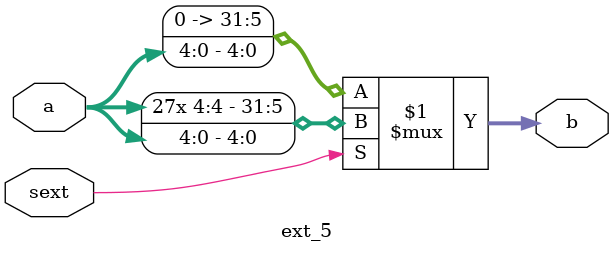
<source format=v>
`timescale 1ns / 1ps
module ext_5#(parameter WIDTH =5)(
    input [WIDTH-1:0] a,
	 input sext,
	 output [31:0] b
    );
    assign b= sext?{{(32-WIDTH){a[WIDTH-1]}},a}:{{(32-WIDTH){1'b0}},a};

endmodule

</source>
